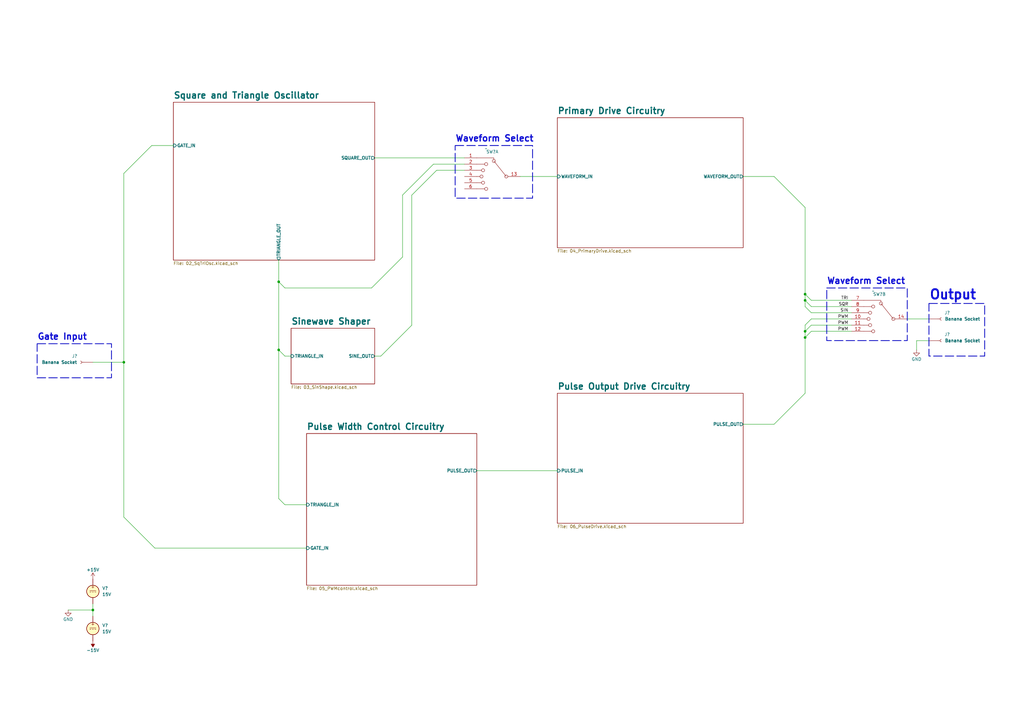
<source format=kicad_sch>
(kicad_sch (version 20230121) (generator eeschema)
  (paper "A3")
  (title_block (title "Basic Analog Function Generator") (date "2024-02-23") (rev "0") (company "ZAM Industries, LLC") (comment 1 "Drawn by: Mark Vaughn") (comment 2 "Top Level Diagram"))
  (lib_symbols
    (symbol "371_SW_Rotary2x6_1" (pin_names hide)
      (property "Reference" "SW?" (at 0 11.43 0))
      (symbol "371_SW_Rotary2x6_1_0_0"
        (circle (center -6.985 0) (radius 0.635))
        (circle (center -1.905 6.35) (radius 0.635))
        (polyline (pts (xy -6.985 0) (xy -1.905 6.35)))
        (polyline (pts (xy 1.905 5.08) (xy 5.08 5.08)))
        (polyline (pts (xy 3.175 -2.54) (xy 5.08 -2.54)))
        (polyline (pts (xy 3.175 2.54) (xy 5.08 2.54)))
        (polyline (pts (xy 3.81 0) (xy 5.08 0)))
        (polyline (pts (xy 5.08 -5.08) (xy 1.905 -5.08)))
        (polyline (pts (xy -1.905 6.985) (xy -1.905 7.62) (xy 5.08 7.62)))
        (circle (center 1.27 -5.08) (radius 0.635))
        (circle (center 1.27 5.08) (radius 0.635))
        (circle (center 2.54 -2.54) (radius 0.635))
        (circle (center 2.54 2.54) (radius 0.635))
        (circle (center 3.175 0) (radius 0.635))
      )
      (symbol "371_SW_Rotary2x6_1_1_1"
        (pin passive line (at 10.16 7.62 180) (length 5.08) (name "1") (number "1"))
        (pin passive line (at -12.7 0 0) (length 5.08) (name "13") (number "13"))
        (pin passive line (at 10.16 5.08 180) (length 5.08) (name "2") (number "2"))
        (pin passive line (at 10.16 2.54 180) (length 5.08) (name "3") (number "3"))
        (pin passive line (at 10.16 0 180) (length 5.08) (name "4") (number "4"))
        (pin passive line (at 10.16 -2.54 180) (length 5.08) (name "5") (number "5"))
        (pin passive line (at 10.16 -5.08 180) (length 5.08) (name "6") (number "6"))
      )
      (symbol "371_SW_Rotary2x6_1_2_1"
        (pin passive line (at 10.16 0 180) (length 5.08) (name "10") (number "10"))
        (pin passive line (at 10.16 -2.54 180) (length 5.08) (name "11") (number "11"))
        (pin passive line (at 10.16 -5.08 180) (length 5.08) (name "12") (number "12"))
        (pin passive line (at -12.7 0 0) (length 5.08) (name "14") (number "14"))
        (pin passive line (at 10.16 7.62 180) (length 5.08) (name "7") (number "7"))
        (pin passive line (at 10.16 5.08 180) (length 5.08) (name "8") (number "8"))
        (pin passive line (at 10.16 2.54 180) (length 5.08) (name "9") (number "9"))
      )
    )
    (symbol "Connector:Conn_01x01_Socket" (pin_numbers hide) (pin_names (offset 1.016) hide)
      (property "Reference" "J" (at 0 2.54 0))
      (property "Value" "Conn_01x01_Socket" (at 0 -2.54 0))
      (symbol "Conn_01x01_Socket_1_1"
        (polyline (pts (xy -1.27 0) (xy -0.508 0)) (stroke (width 0.1524)))
        (arc (start 0 0.508) (mid -0.5058 0) (end 0 -0.508) (stroke (width 0.1524)))
        (pin passive line (at -5.08 0 0) (length 3.81) (name "Pin_1") (number "1"))
      )
    )
    (symbol "Lab06:371_SW_Rotary2x6" (pin_names hide)
      (property "Reference" "SW?" (at 0 11.43 0))
      (symbol "371_SW_Rotary2x6_0_0"
        (circle (center -6.985 0) (radius 0.635))
        (circle (center -1.905 6.35) (radius 0.635))
        (polyline (pts (xy -6.985 0) (xy -1.905 6.35)))
        (polyline (pts (xy 1.905 5.08) (xy 5.08 5.08)))
        (polyline (pts (xy 3.175 -2.54) (xy 5.08 -2.54)))
        (polyline (pts (xy 3.175 2.54) (xy 5.08 2.54)))
        (polyline (pts (xy 3.81 0) (xy 5.08 0)))
        (polyline (pts (xy 5.08 -5.08) (xy 1.905 -5.08)))
        (polyline (pts (xy -1.905 6.985) (xy -1.905 7.62) (xy 5.08 7.62)))
        (circle (center 1.27 -5.08) (radius 0.635))
        (circle (center 1.27 5.08) (radius 0.635))
        (circle (center 2.54 -2.54) (radius 0.635))
        (circle (center 2.54 2.54) (radius 0.635))
        (circle (center 3.175 0) (radius 0.635))
      )
      (symbol "371_SW_Rotary2x6_1_1"
        (pin passive line (at 10.16 7.62 180) (length 5.08) (name "1") (number "1"))
        (pin passive line (at -12.7 0 0) (length 5.08) (name "13") (number "13"))
        (pin passive line (at 10.16 5.08 180) (length 5.08) (name "2") (number "2"))
        (pin passive line (at 10.16 2.54 180) (length 5.08) (name "3") (number "3"))
        (pin passive line (at 10.16 0 180) (length 5.08) (name "4") (number "4"))
        (pin passive line (at 10.16 -2.54 180) (length 5.08) (name "5") (number "5"))
        (pin passive line (at 10.16 -5.08 180) (length 5.08) (name "6") (number "6"))
      )
      (symbol "371_SW_Rotary2x6_2_1"
        (pin passive line (at 10.16 0 180) (length 5.08) (name "10") (number "10"))
        (pin passive line (at 10.16 -2.54 180) (length 5.08) (name "11") (number "11"))
        (pin passive line (at 10.16 -5.08 180) (length 5.08) (name "12") (number "12"))
        (pin passive line (at -12.7 0 0) (length 5.08) (name "14") (number "14"))
        (pin passive line (at 10.16 7.62 180) (length 5.08) (name "7") (number "7"))
        (pin passive line (at 10.16 5.08 180) (length 5.08) (name "8") (number "8"))
        (pin passive line (at 10.16 2.54 180) (length 5.08) (name "9") (number "9"))
      )
    )
    (symbol "Simulation_SPICE:VDC" (pin_numbers hide) (pin_names (offset 0.0254))
      (property "Reference" "V" (at 2.54 2.54 0))
      (property "Value" "1" (at 2.54 0 0))
      (symbol "VDC_0_0"
        (polyline (pts (xy -1.27 0.254) (xy 1.27 0.254)))
        (polyline (pts (xy -0.762 -0.254) (xy -1.27 -0.254)))
        (polyline (pts (xy 0.254 -0.254) (xy -0.254 -0.254)))
        (polyline (pts (xy 1.27 -0.254) (xy 0.762 -0.254)))
        (text "+" (at 0 1.905 0) (effects (font (size 1.27 1.27))))
      )
      (symbol "VDC_0_1"
        (circle (center 0 0) (radius 2.54) (stroke (width 0.254)) (fill (type background)))
      )
      (symbol "VDC_1_1"
        (pin passive line (at 0 5.08 270) (length 2.54) (name "~") (number "1"))
        (pin passive line (at 0 -5.08 90) (length 2.54) (name "~") (number "2"))
      )
    )
    (symbol "power:+15V" (power) (pin_names (offset 0))
      (property "Value" "+15V" (at 0 3.556 0))
      (symbol "+15V_0_1"
        (polyline (pts (xy -0.762 1.27) (xy 0 2.54)))
        (polyline (pts (xy 0 0) (xy 0 2.54)))
        (polyline (pts (xy 0 2.54) (xy 0.762 1.27)))
      )
      (symbol "+15V_1_1"
        (pin power_in line (at 0 0 90) (length 0) hide (name "+15V") (number "1"))
      )
    )
    (symbol "power:-15V" (power) (pin_names (offset 0))
      (property "Value" "-15V" (at 0 3.81 0))
      (symbol "-15V_0_0"
        (pin power_in line (at 0 0 90) (length 0) hide (name "-15V") (number "1"))
      )
      (symbol "-15V_0_1"
        (polyline (pts (xy 0 0) (xy 0 1.27) (xy 0.762 1.27) (xy 0 2.54) (xy -0.762 1.27) (xy 0 1.27)) (fill (type outline)))
      )
    )
    (symbol "power:GND" (power) (pin_names (offset 0))
      (property "Value" "GND" (at 0 -3.81 0))
      (symbol "GND_0_1"
        (polyline (pts (xy 0 0) (xy 0 -1.27) (xy 1.27 -1.27) (xy 0 -2.54) (xy -1.27 -1.27) (xy 0 -1.27)))
      )
      (symbol "GND_1_1"
        (pin power_in line (at 0 0 270) (length 0) hide (name "GND") (number "1"))
      )
    )
  )
  (junction (at 50.8 148.59))
  (junction (at 330.2 120.65))
  (junction (at 114.3 143.51))
  (junction (at 330.2 123.19))
  (junction (at 330.2 135.89))
  (junction (at 330.2 138.43))
  (junction (at 114.3 115.57))
  (junction (at 38.1 250.19))
  (wire (pts (xy 50.8 71.12) (xy 62.23 59.69)))
  (wire (pts (xy 63.5 224.79) (xy 125.73 224.79)))
  (wire (pts (xy 330.2 133.35) (xy 332.74 130.81)))
  (wire (pts (xy 332.74 128.27) (xy 349.25 128.27)))
  (wire (pts (xy 50.8 212.09) (xy 63.5 224.79)))
  (wire (pts (xy 114.3 115.57) (xy 116.84 118.11)))
  (wire (pts (xy 168.91 80.01) (xy 168.91 133.35)))
  (wire (pts (xy 114.3 106.68) (xy 114.3 115.57)))
  (wire (pts (xy 179.07 69.85) (xy 190.5 69.85)))
  (wire (pts (xy 330.2 135.89) (xy 330.2 138.43)))
  (wire (pts (xy 375.92 139.7) (xy 381 139.7)))
  (wire (pts (xy 332.74 130.81) (xy 349.25 130.81)))
  (wire (pts (xy 38.1 247.65) (xy 38.1 250.19)))
  (wire (pts (xy 195.58 193.04) (xy 228.6 193.04)))
  (wire (pts (xy 330.2 133.35) (xy 330.2 135.89)))
  (wire (pts (xy 330.2 138.43) (xy 332.74 135.89)))
  (wire (pts (xy 330.2 123.19) (xy 330.2 125.73)))
  (wire (pts (xy 213.36 72.39) (xy 228.6 72.39)))
  (wire (pts (xy 116.84 118.11) (xy 152.4 118.11)))
  (wire (pts (xy 153.67 146.05) (xy 156.21 146.05)))
  (wire (pts (xy 114.3 143.51) (xy 114.3 204.47)))
  (wire (pts (xy 332.74 133.35) (xy 349.25 133.35)))
  (wire (pts (xy 38.1 252.73) (xy 38.1 250.19)))
  (wire (pts (xy 62.23 59.69) (xy 71.12 59.69)))
  (wire (pts (xy 330.2 135.89) (xy 332.74 133.35)))
  (wire (pts (xy 114.3 115.57) (xy 114.3 143.51)))
  (wire (pts (xy 330.2 85.09) (xy 330.2 120.65)))
  (wire (pts (xy 153.67 64.77) (xy 190.5 64.77)))
  (wire (pts (xy 332.74 125.73) (xy 330.2 123.19)))
  (wire (pts (xy 375.92 139.7) (xy 375.92 143.51)))
  (wire (pts (xy 114.3 143.51) (xy 116.84 146.05)))
  (wire (pts (xy 332.74 123.19) (xy 330.2 120.65)))
  (wire (pts (xy 317.5 173.99) (xy 330.2 161.29)))
  (wire (pts (xy 332.74 135.89) (xy 349.25 135.89)))
  (wire (pts (xy 50.8 148.59) (xy 50.8 212.09)))
  (wire (pts (xy 116.84 146.05) (xy 119.38 146.05)))
  (wire (pts (xy 152.4 118.11) (xy 165.1 105.41)))
  (wire (pts (xy 50.8 148.59) (xy 50.8 71.12)))
  (wire (pts (xy 116.84 207.01) (xy 114.3 204.47)))
  (wire (pts (xy 177.8 67.31) (xy 190.5 67.31)))
  (wire (pts (xy 332.74 123.19) (xy 349.25 123.19)))
  (wire (pts (xy 330.2 138.43) (xy 330.2 161.29)))
  (wire (pts (xy 38.1 250.19) (xy 27.94 250.19)))
  (wire (pts (xy 372.11 130.81) (xy 381 130.81)))
  (wire (pts (xy 165.1 80.01) (xy 177.8 67.31)))
  (wire (pts (xy 116.84 207.01) (xy 125.73 207.01)))
  (wire (pts (xy 304.8 72.39) (xy 317.5 72.39)))
  (wire (pts (xy 304.8 173.99) (xy 317.5 173.99)))
  (wire (pts (xy 317.5 72.39) (xy 330.2 85.09)))
  (wire (pts (xy 156.21 146.05) (xy 168.91 133.35)))
  (wire (pts (xy 330.2 120.65) (xy 330.2 123.19)))
  (wire (pts (xy 165.1 105.41) (xy 165.1 80.01)))
  (wire (pts (xy 349.25 125.73) (xy 332.74 125.73)))
  (wire (pts (xy 332.74 128.27) (xy 330.2 125.73)))
  (wire (pts (xy 38.1 148.59) (xy 50.8 148.59)))
  (wire (pts (xy 168.91 80.01) (xy 179.07 69.85)))
  (rectangle (start 339.09 118.11) (end 372.11 139.7) (stroke (width 0.3175) (type dash)))
  (rectangle (start 381 124.46) (end 403.86 146.05) (stroke (width 0.3175) (type dash)))
  (rectangle (start 186.69 59.69) (end 218.44 81.28) (stroke (width 0.3175) (type dash)))
  (rectangle (start 15.24 140.97) (end 45.72 154.94) (stroke (width 0.3175) (type dash)))
  (text "Waveform Select" (at 339.09 116.84 0) (effects (font (size 2.54 2.54) (thickness 0.508) bold) (justify left bottom)))
  (text "Output" (at 381 123.19 0) (effects (font (size 3.81 3.81) (thickness 0.762) bold) (justify left bottom)))
  (text "Waveform Select" (at 186.69 58.42 0) (effects (font (size 2.54 2.54) (thickness 0.508) bold) (justify left bottom)))
  (text "Gate Input" (at 15.24 139.7 0) (effects (font (size 2.54 2.54) (thickness 0.508) bold) (justify left bottom)))
  (label "SIN" (at 347.98 128.27 180))
  (label "PWM" (at 347.98 130.81 180))
  (label "TRI" (at 347.98 123.19 180))
  (label "PWM" (at 347.98 135.89 180))
  (label "SQR" (at 347.98 125.73 180))
  (label "PWM" (at 347.98 133.35 180))
  (symbol (lib_id "power:-15V") (at 38.1 262.89 0) (mirror x) (unit 1)
    (property "Reference" "#PWR03" (effects hide))
    (property "Value" "-15V" (at 38.1 266.7 0))
  )
  (symbol (lib_id "Connector:Conn_01x01_Socket") (at 33.02 148.59 0) (mirror y) (unit 1)
    (property "Reference" "J?" (at 31.75 146.05 0) (effects (justify left)))
    (property "Value" "Banana Socket" (at 31.75 148.59 0) (effects (font bold) (justify left)))
  )
  (symbol (lib_id "power:+15V") (at 38.1 237.49 0) (unit 1)
    (property "Reference" "#PWR04" (effects hide))
    (property "Value" "+15V" (at 38.1 233.68 0))
  )
  (symbol (lib_id "Connector:Conn_01x01_Socket") (at 386.08 139.7 0) (unit 1)
    (property "Reference" "J?" (at 387.35 137.16 0) (effects (justify left)))
    (property "Value" "Banana Socket" (at 387.35 139.7 0) (effects (font bold) (justify left)))
  )
  (symbol (lib_name "371_SW_Rotary2x6_1") (lib_id "Lab06:371_SW_Rotary2x6") (at 200.66 72.39 0) (mirror y) (unit 1)
    (property "Reference" "SW?" (at 201.93 62.23 0))
    (property "Value" "~" (at 199.39 60.96 0))
  )
  (symbol (lib_id "Simulation_SPICE:VDC") (at 38.1 242.57 0) (unit 1)
    (property "Reference" "V?" (at 41.91 241.2642 0) (effects (justify left)))
    (property "Value" "15V" (at 41.91 243.8042 0) (effects (justify left)))
    (property "Sim.Pins" "1=+ 2=-" (effects hide))
    (property "Sim.Type" "DC" (effects hide))
    (property "Sim.Device" "V" (effects hide))
  )
  (symbol (lib_id "Simulation_SPICE:VDC") (at 38.1 257.81 0) (unit 1)
    (property "Reference" "V?" (at 41.91 256.5042 0) (effects (justify left)))
    (property "Value" "15V" (at 41.91 259.0442 0) (effects (justify left)))
    (property "Sim.Pins" "1=+ 2=-" (effects hide))
    (property "Sim.Type" "DC" (effects hide))
    (property "Sim.Device" "V" (effects hide))
  )
  (symbol (lib_id "power:GND") (at 27.94 250.19 0) (unit 1)
    (property "Reference" "#PWR05" (effects hide))
    (property "Value" "GND" (at 27.94 254 0))
  )
  (symbol (lib_id "power:GND") (at 375.92 143.51 0) (unit 1)
    (property "Reference" "#PWR0413" (effects hide))
    (property "Value" "GND" (at 375.92 147.32 0))
  )
  (symbol (lib_id "Lab06:371_SW_Rotary2x6") (at 359.41 130.81 0) (mirror y) (unit 2)
    (property "Reference" "SW?" (at 360.68 120.65 0))
    (property "Value" "~" (at 358.14 119.38 0))
  )
  (symbol (lib_id "Connector:Conn_01x01_Socket") (at 386.08 130.81 0) (unit 1)
    (property "Reference" "J?" (at 387.35 128.27 0) (effects (justify left)))
    (property "Value" "Banana Socket" (at 387.35 130.81 0) (effects (font bold) (justify left)))
  )
  (sheet (at 228.6 48.26) (size 76.2 53.34) (stroke (width 0.1524))
    (property "Sheetname" "Primary Drive Circuitry" (at 228.6 46.9134 0) (effects (font (size 2.54 2.54) bold) (justify left bottom)))
    (property "Sheetfile" "04_PrimaryDrive.kicad_sch" (at 228.6 102.1846 0) (effects (justify left top)))
    (pin "WAVEFORM_IN" input (at 228.6 72.39 180) (effects (font (thickness 0.254) bold)))
    (pin "WAVEFORM_OUT" output (at 304.8 72.39 0) (effects (font (thickness 0.254) bold)))
  )
  (sheet (at 125.73 177.8) (size 69.85 62.23) (stroke (width 0.1524))
    (property "Sheetname" "Pulse Width Control Circuitry" (at 125.73 176.4534 0) (effects (font (size 2.54 2.54) bold) (justify left bottom)))
    (property "Sheetfile" "05_PWMcontrol.kicad_sch" (at 125.73 240.6146 0) (effects (justify left top)))
    (pin "PULSE_OUT" output (at 195.58 193.04 0) (effects (font (thickness 0.254) bold)))
    (pin "TRIANGLE_IN" input (at 125.73 207.01 180) (effects (font (thickness 0.254) bold)))
    (pin "GATE_IN" input (at 125.73 224.79 180) (effects (font (thickness 0.254) bold)))
  )
  (sheet (at 228.6 161.29) (size 76.2 53.34) (stroke (width 0.1524))
    (property "Sheetname" "Pulse Output Drive Circuitry" (at 228.6 159.9434 0) (effects (font (size 2.54 2.54) bold) (justify left bottom)))
    (property "Sheetfile" "06_PulseDrive.kicad_sch" (at 228.6 215.2146 0) (effects (justify left top)))
    (pin "PULSE_IN" input (at 228.6 193.04 180) (effects (font (thickness 0.254) bold)))
    (pin "PULSE_OUT" output (at 304.8 173.99 0) (effects (font (thickness 0.254) bold)))
  )
  (sheet (at 71.12 41.91) (size 82.55 64.77) (stroke (width 0.1524))
    (property "Sheetname" "Square and Triangle Oscillator" (at 71.12 40.5634 0) (effects (font (size 2.54 2.54) bold) (justify left bottom)))
    (property "Sheetfile" "02_SqTriOsc.kicad_sch" (at 71.12 107.2646 0) (effects (justify left top)))
    (pin "TRIANGLE_OUT" output (at 114.3 106.68 270) (effects (font (thickness 0.254) bold)))
    (pin "SQUARE_OUT" output (at 153.67 64.77 0) (effects (font (thickness 0.254) bold)))
    (pin "GATE_IN" input (at 71.12 59.69 180) (effects (font (thickness 0.254) bold)))
  )
  (sheet (at 119.38 134.62) (size 34.29 22.86) (stroke (width 0.1524))
    (property "Sheetname" "Sinewave Shaper" (at 119.38 133.2734 0) (effects (font (size 2.54 2.54) bold) (justify left bottom)))
    (property "Sheetfile" "03_SinShape.kicad_sch" (at 119.38 158.0646 0) (effects (justify left top)))
    (pin "SINE_OUT" output (at 153.67 146.05 0) (effects (font (thickness 0.254) bold)))
    (pin "TRIANGLE_IN" input (at 119.38 146.05 180) (effects (font (thickness 0.254) bold)))
  )
)
</source>
